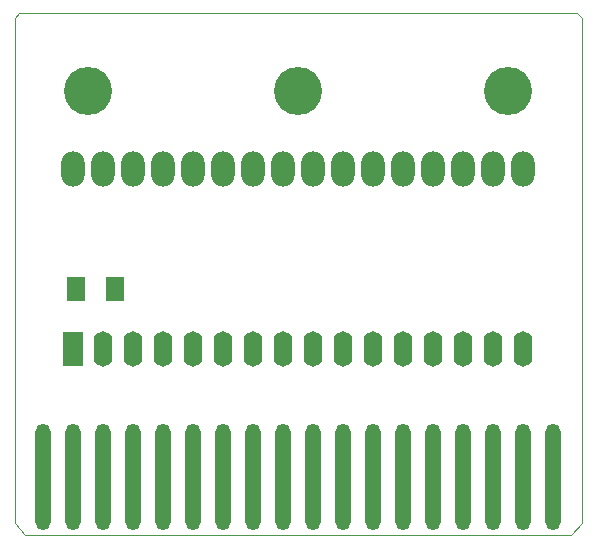
<source format=gbs>
G04 (created by PCBNEW (2013-07-07 BZR 4022)-stable) date 27/12/2022 09:25:50*
%MOIN*%
G04 Gerber Fmt 3.4, Leading zero omitted, Abs format*
%FSLAX34Y34*%
G01*
G70*
G90*
G04 APERTURE LIST*
%ADD10C,0.00590551*%
%ADD11C,0.00393701*%
%ADD12R,0.0708661X0.11811*%
%ADD13O,0.0629921X0.11811*%
%ADD14O,0.0787402X0.11811*%
%ADD15O,0.0511811X0.354331*%
%ADD16C,0.16*%
%ADD17R,0.06X0.08*%
G04 APERTURE END LIST*
G54D10*
G54D11*
X0Y-17000D02*
X350Y-17400D01*
X18550Y-17400D02*
X350Y-17400D01*
X18900Y-17000D02*
X18900Y-150D01*
X0Y-17000D02*
X0Y-150D01*
X18900Y-17000D02*
X18550Y-17400D01*
X18750Y0D02*
X18900Y-150D01*
X150Y0D02*
X18750Y0D01*
X0Y-150D02*
X150Y0D01*
G54D12*
X1950Y-11200D03*
G54D13*
X2950Y-11200D03*
X3950Y-11200D03*
X4950Y-11200D03*
X5950Y-11200D03*
X6950Y-11200D03*
X7950Y-11200D03*
X8950Y-11200D03*
X9950Y-11200D03*
X10950Y-11200D03*
X11950Y-11200D03*
X12950Y-11200D03*
X13950Y-11200D03*
X14950Y-11200D03*
X15950Y-11200D03*
X16950Y-11200D03*
G54D14*
X16950Y-5200D03*
X15950Y-5200D03*
X14950Y-5200D03*
X13950Y-5200D03*
X12950Y-5200D03*
X11950Y-5200D03*
X10950Y-5200D03*
X9950Y-5200D03*
X8950Y-5200D03*
X7950Y-5200D03*
X6950Y-5200D03*
X5950Y-5200D03*
X4950Y-5200D03*
X3950Y-5200D03*
X2950Y-5200D03*
X1950Y-5200D03*
G54D15*
X1950Y-15450D03*
X2950Y-15450D03*
X3950Y-15450D03*
X4950Y-15450D03*
X5950Y-15450D03*
X6950Y-15450D03*
X7950Y-15450D03*
X950Y-15450D03*
X8950Y-15450D03*
X9950Y-15450D03*
X10950Y-15450D03*
X11950Y-15450D03*
X12950Y-15450D03*
X13950Y-15450D03*
X14950Y-15450D03*
X15950Y-15450D03*
X16950Y-15450D03*
X17950Y-15450D03*
G54D16*
X2450Y-2600D03*
X16450Y-2600D03*
G54D17*
X2050Y-9200D03*
X3350Y-9200D03*
G54D16*
X9450Y-2600D03*
M02*

</source>
